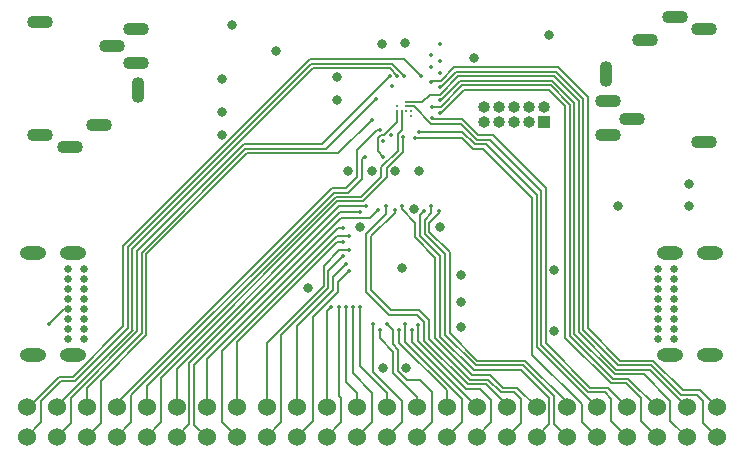
<source format=gbr>
%TF.GenerationSoftware,KiCad,Pcbnew,(6.0.6)*%
%TF.CreationDate,2022-09-05T11:07:09-07:00*%
%TF.ProjectId,Nour-Core,4e6f7572-2d43-46f7-9265-2e6b69636164,rev?*%
%TF.SameCoordinates,Original*%
%TF.FileFunction,Copper,L3,Inr*%
%TF.FilePolarity,Positive*%
%FSLAX46Y46*%
G04 Gerber Fmt 4.6, Leading zero omitted, Abs format (unit mm)*
G04 Created by KiCad (PCBNEW (6.0.6)) date 2022-09-05 11:07:09*
%MOMM*%
%LPD*%
G01*
G04 APERTURE LIST*
%TA.AperFunction,ComponentPad*%
%ADD10C,0.650000*%
%TD*%
%TA.AperFunction,ComponentPad*%
%ADD11O,2.216000X1.108000*%
%TD*%
%TA.AperFunction,ComponentPad*%
%ADD12C,1.524000*%
%TD*%
%TA.AperFunction,ComponentPad*%
%ADD13O,1.100000X2.200000*%
%TD*%
%TA.AperFunction,ComponentPad*%
%ADD14O,2.200000X1.100000*%
%TD*%
%TA.AperFunction,ComponentPad*%
%ADD15R,1.000000X1.000000*%
%TD*%
%TA.AperFunction,ComponentPad*%
%ADD16O,1.000000X1.000000*%
%TD*%
%TA.AperFunction,ViaPad*%
%ADD17C,0.800000*%
%TD*%
%TA.AperFunction,ViaPad*%
%ADD18C,0.220000*%
%TD*%
%TA.AperFunction,ViaPad*%
%ADD19C,0.350000*%
%TD*%
%TA.AperFunction,Conductor*%
%ADD20C,0.200000*%
%TD*%
G04 APERTURE END LIST*
D10*
%TO.N,GND*%
%TO.C,J4*%
X86275000Y-150275000D03*
%TO.N,VBUS*%
X86275000Y-151125000D03*
%TO.N,Net-(J4-PadA5)*%
X86275000Y-151975000D03*
%TO.N,/core/D+*%
X86275000Y-152825000D03*
%TO.N,/core/D-*%
X86275000Y-153675000D03*
%TO.N,unconnected-(J4-PadA8)*%
X86275000Y-154525000D03*
%TO.N,VBUS*%
X86275000Y-155375000D03*
%TO.N,GND*%
X86275000Y-156225000D03*
X84925000Y-156225000D03*
%TO.N,VBUS*%
X84925000Y-155375000D03*
%TO.N,Net-(J4-PadB5)*%
X84925000Y-154525000D03*
%TO.N,/core/D+*%
X84925000Y-153675000D03*
%TO.N,/core/D-*%
X84925000Y-152825000D03*
%TO.N,unconnected-(J4-PadB8)*%
X84925000Y-151975000D03*
%TO.N,VBUS*%
X84925000Y-151125000D03*
%TO.N,GND*%
X84925000Y-150275000D03*
D11*
%TO.N,N/C*%
X85295000Y-148925000D03*
X85295000Y-157575000D03*
X81915000Y-148925000D03*
X81915000Y-157575000D03*
%TD*%
D10*
%TO.N,GND*%
%TO.C,J3*%
X134875000Y-156225000D03*
%TO.N,VBUS*%
X134875000Y-155375000D03*
%TO.N,Net-(J3-PadA5)*%
X134875000Y-154525000D03*
%TO.N,/core/D+*%
X134875000Y-153675000D03*
%TO.N,/core/D-*%
X134875000Y-152825000D03*
%TO.N,unconnected-(J3-PadA8)*%
X134875000Y-151975000D03*
%TO.N,VBUS*%
X134875000Y-151125000D03*
%TO.N,GND*%
X134875000Y-150275000D03*
X136225000Y-150275000D03*
%TO.N,VBUS*%
X136225000Y-151125000D03*
%TO.N,Net-(J3-PadB5)*%
X136225000Y-151975000D03*
%TO.N,/core/D+*%
X136225000Y-152825000D03*
%TO.N,/core/D-*%
X136225000Y-153675000D03*
%TO.N,unconnected-(J3-PadB8)*%
X136225000Y-154525000D03*
%TO.N,VBUS*%
X136225000Y-155375000D03*
%TO.N,GND*%
X136225000Y-156225000D03*
D11*
%TO.N,N/C*%
X135855000Y-157575000D03*
X135855000Y-148925000D03*
X139235000Y-157575000D03*
X139235000Y-148925000D03*
%TD*%
D12*
%TO.N,/core/KEY.COL2*%
%TO.C,U4*%
X81400000Y-162010000D03*
%TO.N,/core/KEY.COL4*%
X83940000Y-162010000D03*
%TO.N,/core/KEY.ROW5*%
X86480000Y-162010000D03*
%TO.N,/core/KEY.ROW3*%
X89020000Y-162010000D03*
%TO.N,/core/KEY.ROW1*%
X91560000Y-162010000D03*
%TO.N,/core/LED.SW_RED2*%
X94100000Y-162010000D03*
%TO.N,/core/LED.SW_GREEN1*%
X96640000Y-162010000D03*
%TO.N,/core/LED.SW_BLUE1*%
X99180000Y-162010000D03*
%TO.N,/core/LED.CS_COL1*%
X101720000Y-162010000D03*
%TO.N,/core/LED.CS_COL3*%
X104260000Y-162010000D03*
%TO.N,/core/LED.CS_COL5*%
X106800000Y-162010000D03*
%TO.N,/core/LED.CS_COL7*%
X109340000Y-162010000D03*
%TO.N,/core/LED.CS_COL9*%
X111880000Y-162010000D03*
%TO.N,/core/LED.CS_COL11*%
X114420000Y-162010000D03*
%TO.N,/core/LED.CS_COL13*%
X116960000Y-162010000D03*
%TO.N,/core/LED.CS_COL15*%
X119500000Y-162010000D03*
%TO.N,/core/LED.SW_BLUE3*%
X122040000Y-162010000D03*
%TO.N,/core/LED.SW_GREEN3*%
X124580000Y-162010000D03*
%TO.N,/core/LED.SW_GREEN4*%
X127120000Y-162010000D03*
%TO.N,/core/KEY.ROW6*%
X129660000Y-162010000D03*
%TO.N,/core/KEY.ROW8*%
X132200000Y-162010000D03*
%TO.N,/core/KEY.ROW10*%
X134740000Y-162010000D03*
%TO.N,/core/KEY.COL7*%
X137280000Y-162010000D03*
%TO.N,/core/KEY.COL9*%
X139820000Y-162010000D03*
%TO.N,/core/KEY.COL10*%
X139820000Y-164550000D03*
%TO.N,/core/KEY.COL8*%
X137280000Y-164550000D03*
%TO.N,/core/KEY.COL6*%
X134740000Y-164550000D03*
%TO.N,/core/KEY.ROW9*%
X132200000Y-164550000D03*
%TO.N,/core/KEY.ROW7*%
X129660000Y-164550000D03*
%TO.N,/core/LED.SW_RED4*%
X127120000Y-164550000D03*
%TO.N,/core/LED.SW_BLUE4*%
X124580000Y-164550000D03*
%TO.N,/core/LED.SW_RED3*%
X122040000Y-164550000D03*
%TO.N,/core/LED.CS_COL16*%
X119500000Y-164550000D03*
%TO.N,/core/LED.CS_COL14*%
X116960000Y-164550000D03*
%TO.N,/core/LED.CS_COL12*%
X114420000Y-164550000D03*
%TO.N,/core/LED.CS_COL10*%
X111880000Y-164550000D03*
%TO.N,/core/LED.CS_COL8*%
X109340000Y-164550000D03*
%TO.N,/core/LED.CS_COL6*%
X106800000Y-164550000D03*
%TO.N,/core/LED.CS_COL4*%
X104260000Y-164550000D03*
%TO.N,/core/LED.CS_COL2*%
X101720000Y-164550000D03*
%TO.N,/core/LED.SW_RED1*%
X99180000Y-164550000D03*
%TO.N,/core/LED.SW_GREEN2*%
X96640000Y-164550000D03*
%TO.N,/core/LED.SW_BLUE2*%
X94100000Y-164550000D03*
%TO.N,/core/KEY.ROW2*%
X91560000Y-164550000D03*
%TO.N,/core/KEY.ROW4*%
X89020000Y-164550000D03*
%TO.N,/core/KEY.COL5*%
X86480000Y-164550000D03*
%TO.N,/core/KEY.COL3*%
X83940000Y-164550000D03*
%TO.N,/core/KEY.COL1*%
X81400000Y-164550000D03*
%TD*%
D13*
%TO.N,GND*%
%TO.C,J1*%
X130450000Y-133800000D03*
D14*
%TO.N,Net-(J1-Pad2)*%
X133750000Y-130900000D03*
%TO.N,/core/USART.RX*%
X130650000Y-136100000D03*
%TO.N,/core/USART.TX*%
X138750000Y-130000000D03*
%TO.N,Net-(J1-Pad2)*%
X132650000Y-137600000D03*
%TO.N,VCC*%
X130650000Y-139000000D03*
%TO.N,GND*%
X138750000Y-139600000D03*
X136250000Y-129000000D03*
%TD*%
D15*
%TO.N,VCC*%
%TO.C,J2*%
X125175000Y-137895000D03*
D16*
%TO.N,/core/SWDIO*%
X125175000Y-136625000D03*
%TO.N,GND*%
X123905000Y-137895000D03*
%TO.N,/core/SWCLK*%
X123905000Y-136625000D03*
%TO.N,GND*%
X122635000Y-137895000D03*
%TO.N,unconnected-(J2-Pad6)*%
X122635000Y-136625000D03*
%TO.N,unconnected-(J2-Pad7)*%
X121365000Y-137895000D03*
%TO.N,unconnected-(J2-Pad8)*%
X121365000Y-136625000D03*
%TO.N,GND*%
X120095000Y-137895000D03*
%TO.N,/core/~{RST}*%
X120095000Y-136625000D03*
%TD*%
D13*
%TO.N,GND*%
%TO.C,J5*%
X90850000Y-135200000D03*
D14*
%TO.N,Net-(J5-Pad2)*%
X87550000Y-138100000D03*
%TO.N,/core/USART.TX*%
X90650000Y-132900000D03*
%TO.N,/core/USART.RX*%
X82550000Y-139000000D03*
%TO.N,Net-(J5-Pad2)*%
X88650000Y-131400000D03*
%TO.N,VCC*%
X90650000Y-130000000D03*
%TO.N,GND*%
X82550000Y-129400000D03*
X85050000Y-140000000D03*
%TD*%
D17*
%TO.N,GND*%
X118200000Y-155200000D03*
X131474878Y-144950000D03*
X114150000Y-145250000D03*
X107700000Y-134050000D03*
X102500000Y-131850000D03*
X116400000Y-146750000D03*
X112600000Y-142000000D03*
X113450000Y-131200000D03*
X118200000Y-150850000D03*
X98800000Y-129650000D03*
X111550000Y-158700000D03*
X97950000Y-134250000D03*
X137474878Y-145000000D03*
X107700000Y-136050000D03*
X126012500Y-155575000D03*
X110600000Y-142000000D03*
X113150000Y-150250000D03*
X109650000Y-146750000D03*
X97950000Y-137000000D03*
X118200000Y-153150000D03*
X108600000Y-142000000D03*
X125650000Y-130500000D03*
X113550000Y-158700000D03*
X97950000Y-139000000D03*
X105200000Y-151900000D03*
X126012500Y-150425000D03*
X114600000Y-142000000D03*
X111450000Y-131237500D03*
%TO.N,VBUS*%
X137474878Y-143100000D03*
D18*
%TO.N,/core/~{RST}*%
X112750000Y-136550000D03*
D19*
X116350000Y-133700000D03*
%TO.N,/core/LED.SW_GREEN4*%
X116300000Y-145400000D03*
%TO.N,/core/LED.SW_RED4*%
X115650000Y-145000000D03*
%TO.N,/core/LED.SW_BLUE4*%
X115050000Y-145400000D03*
%TO.N,/core/LED.SW_GREEN3*%
X113150000Y-145000000D03*
%TO.N,/core/LED.SW_RED3*%
X112550000Y-145300000D03*
%TO.N,/core/LED.SW_BLUE3*%
X111850000Y-145000000D03*
%TO.N,/core/LED.SW_GREEN2*%
X111150000Y-145300000D03*
%TO.N,/core/LED.SW_RED2*%
X110150000Y-145000000D03*
%TO.N,/core/LED.SW_BLUE2*%
X109650000Y-145500000D03*
%TO.N,/core/LED.SW_GREEN1*%
X108200000Y-146850000D03*
%TO.N,/core/LED.SW_RED1*%
X108650000Y-147500000D03*
%TO.N,/core/LED.SW_BLUE1*%
X108150000Y-148050000D03*
%TO.N,/core/LED.CS_COL1*%
X108650000Y-148750000D03*
%TO.N,/core/LED.CS_COL2*%
X108150000Y-149250000D03*
%TO.N,/core/LED.CS_COL3*%
X108400000Y-149900000D03*
%TO.N,/core/LED.CS_COL4*%
X108650000Y-150500000D03*
%TO.N,/core/LED.CS_COL5*%
X107200000Y-153500000D03*
%TO.N,/core/LED.CS_COL6*%
X107800000Y-153500000D03*
%TO.N,/core/LED.CS_COL7*%
X108400000Y-153500000D03*
%TO.N,/core/LED.CS_COL8*%
X109000000Y-153500000D03*
%TO.N,/core/LED.CS_COL9*%
X109650000Y-153500000D03*
%TO.N,/core/LED.CS_COL10*%
X110700000Y-155000000D03*
%TO.N,/core/LED.CS_COL11*%
X111300000Y-155450000D03*
%TO.N,/core/LED.CS_COL12*%
X111900000Y-155000000D03*
%TO.N,/core/LED.CS_COL13*%
X112900000Y-155450000D03*
%TO.N,/core/LED.CS_COL14*%
X113450000Y-155000000D03*
%TO.N,/core/LED.CS_COL15*%
X114000000Y-155450000D03*
%TO.N,/core/LED.CS_COL16*%
X114550000Y-155050000D03*
D18*
%TO.N,/core/I2C_SCL*%
X112750000Y-136950000D03*
D19*
X111600000Y-140800000D03*
D18*
%TO.N,/core/USART.RX*%
X113550000Y-136950000D03*
D19*
X115650000Y-132200000D03*
%TO.N,/core/USART.TX*%
X112250000Y-139000000D03*
X116350000Y-131300000D03*
D18*
%TO.N,/core/SWDIO*%
X113950000Y-136950000D03*
D19*
X116350000Y-132700000D03*
D18*
%TO.N,/core/SWCLK*%
X113950000Y-137350000D03*
D19*
X115650000Y-133200000D03*
%TO.N,/core/D+*%
X83250000Y-155000000D03*
%TO.N,/core/VREF+*%
X112350000Y-134800000D03*
D17*
%TO.N,/core/BOOT0*%
X119250000Y-132462500D03*
D19*
X111600000Y-139450000D03*
%TO.N,/core/KEY.ROW10*%
X115750000Y-136590000D03*
%TO.N,/core/KEY.ROW6*%
X114600000Y-138700000D03*
%TO.N,/core/KEY.ROW8*%
X115750000Y-137500000D03*
%TO.N,/core/KEY.COL4*%
X112750000Y-134000000D03*
%TO.N,/core/KEY.ROW7*%
X114250000Y-139200000D03*
%TO.N,/core/KEY.COL1*%
X113350000Y-134000000D03*
%TO.N,/core/KEY.COL3*%
X112150000Y-134000000D03*
%TO.N,/core/KEY.ROW2*%
X113250000Y-139100000D03*
%TO.N,/core/KEY.COL2*%
X114750000Y-134000000D03*
D18*
%TO.N,/core/KEY.ROW9*%
X113550000Y-136550000D03*
D19*
%TO.N,/core/KEY.ROW4*%
X110000000Y-140800000D03*
%TO.N,/core/KEY.COL10*%
X116350000Y-134900000D03*
%TO.N,/core/KEY.ROW5*%
X110950000Y-135900000D03*
D18*
%TO.N,/core/KEY.ROW1*%
X113150000Y-136950000D03*
D19*
%TO.N,/core/KEY.COL9*%
X115650000Y-134500000D03*
%TO.N,/core/KEY.COL8*%
X116350000Y-136000000D03*
%TO.N,/core/KEY.COL6*%
X116350000Y-137100000D03*
D18*
%TO.N,/core/KEY.COL7*%
X113550000Y-136150000D03*
D19*
%TO.N,/core/KEY.COL5*%
X110600000Y-137700000D03*
%TO.N,/core/KEY.ROW3*%
X111298562Y-138548562D03*
%TD*%
D20*
%TO.N,/core/LED.SW_GREEN4*%
X119564152Y-158067342D02*
X123598714Y-158067342D01*
X116300000Y-145600000D02*
X115500000Y-146400000D01*
X123598714Y-158067342D02*
X127120000Y-161588628D01*
X117198405Y-148848405D02*
X117198405Y-155701595D01*
X117198405Y-155701595D02*
X119564152Y-158067342D01*
X115500000Y-146400000D02*
X115500000Y-147150000D01*
X116300000Y-145400000D02*
X116300000Y-145600000D01*
X127120000Y-161588628D02*
X127120000Y-162010000D01*
X115500000Y-147150000D02*
X117198405Y-148848405D01*
%TO.N,/core/LED.SW_RED4*%
X116798405Y-155867281D02*
X119398466Y-158467342D01*
X123433028Y-158467342D02*
X126050000Y-161084315D01*
X115650000Y-145579828D02*
X115100000Y-146129828D01*
X126050000Y-163480000D02*
X127120000Y-164550000D01*
X119398466Y-158467342D02*
X123433028Y-158467342D01*
X116798405Y-149014091D02*
X116798405Y-155867281D01*
X115100000Y-146129828D02*
X115100000Y-147315686D01*
X115100000Y-147315686D02*
X116798405Y-149014091D01*
X126050000Y-161084315D02*
X126050000Y-163480000D01*
X115650000Y-145000000D02*
X115650000Y-145579828D01*
%TO.N,/core/LED.SW_BLUE4*%
X116398405Y-156032967D02*
X119240623Y-158875185D01*
X123267342Y-158867342D02*
X125650000Y-161250000D01*
X119240623Y-158875185D02*
X119248466Y-158867342D01*
X114700000Y-147481372D02*
X116398405Y-149179777D01*
X125650000Y-163480000D02*
X124580000Y-164550000D01*
X115050000Y-145400000D02*
X114700000Y-145750000D01*
X119248466Y-158867342D02*
X123267342Y-158867342D01*
X125650000Y-161250000D02*
X125650000Y-163480000D01*
X114700000Y-145750000D02*
X114700000Y-147481372D01*
X116398405Y-149179777D02*
X116398405Y-156032967D01*
%TO.N,/core/LED.SW_GREEN3*%
X114300000Y-146400000D02*
X113150000Y-145250000D01*
X119074937Y-159275185D02*
X120624815Y-159275185D01*
X114300000Y-147647058D02*
X115998405Y-149345463D01*
X113150000Y-145250000D02*
X113150000Y-145000000D01*
X120624815Y-159275185D02*
X120632658Y-159267342D01*
X115998405Y-149345463D02*
X115998405Y-156198653D01*
X121715316Y-160350000D02*
X122920000Y-160350000D01*
X114300000Y-146400000D02*
X114300000Y-147647058D01*
X115998405Y-156198653D02*
X119074937Y-159275185D01*
X122920000Y-160350000D02*
X124580000Y-162010000D01*
X120632658Y-159267342D02*
X121715316Y-160350000D01*
%TO.N,/core/LED.SW_RED3*%
X110550000Y-152084314D02*
X112273714Y-153808028D01*
X115460438Y-156226372D02*
X118909251Y-159675185D01*
X122650000Y-160750000D02*
X123250000Y-161350000D01*
X123250000Y-163340000D02*
X122040000Y-164550000D01*
X112550000Y-145550000D02*
X110550000Y-147550000D01*
X121549630Y-160750000D02*
X122650000Y-160750000D01*
X114591972Y-153808028D02*
X114599815Y-153800185D01*
X112273714Y-153808028D02*
X114591972Y-153808028D01*
X110550000Y-147550000D02*
X110550000Y-152084314D01*
X123250000Y-161350000D02*
X123250000Y-163340000D01*
X120474815Y-159675185D02*
X121549630Y-160750000D01*
X112550000Y-145300000D02*
X112550000Y-145550000D01*
X118909251Y-159675185D02*
X120474815Y-159675185D01*
X115460438Y-154660809D02*
X115460438Y-156226372D01*
X114599815Y-153800185D02*
X115460438Y-154660809D01*
%TO.N,/core/LED.SW_BLUE3*%
X111850000Y-145629828D02*
X111850000Y-145000000D01*
X112108028Y-154208028D02*
X110150000Y-152250000D01*
X110150000Y-147329828D02*
X111850000Y-145629828D01*
X122040000Y-162010000D02*
X122040000Y-161806056D01*
X115060438Y-154826494D02*
X114441972Y-154208028D01*
X115050438Y-156382058D02*
X115050438Y-155990000D01*
X122040000Y-161806056D02*
X120316972Y-160083028D01*
X115050438Y-155990000D02*
X115060438Y-155990000D01*
X118751408Y-160083028D02*
X115050438Y-156382058D01*
X120316972Y-160083028D02*
X118751408Y-160083028D01*
X115060438Y-155990000D02*
X115060438Y-154826494D01*
X110150000Y-152250000D02*
X110150000Y-147329828D01*
X114441972Y-154208028D02*
X112108028Y-154208028D01*
%TO.N,/core/LED.SW_GREEN2*%
X95578000Y-163488000D02*
X96640000Y-164550000D01*
X95578000Y-158431264D02*
X95578000Y-163488000D01*
X111150000Y-145300000D02*
X110475000Y-145975000D01*
X108034264Y-145975000D02*
X95578000Y-158431264D01*
X110475000Y-145975000D02*
X108034264Y-145975000D01*
%TO.N,/core/LED.SW_RED2*%
X94100000Y-158777892D02*
X94100000Y-162010000D01*
X110150000Y-145000000D02*
X107877892Y-145000000D01*
X107877892Y-145000000D02*
X94100000Y-158777892D01*
%TO.N,/core/LED.SW_BLUE2*%
X95178000Y-158265578D02*
X95178000Y-163472000D01*
X109650000Y-145500000D02*
X107943578Y-145500000D01*
X95178000Y-163472000D02*
X94100000Y-164550000D01*
X107943578Y-145500000D02*
X95178000Y-158265578D01*
%TO.N,/core/LED.SW_GREEN1*%
X96640000Y-157934950D02*
X96640000Y-162010000D01*
X108200000Y-146850000D02*
X107724950Y-146850000D01*
X107724950Y-146850000D02*
X96640000Y-157934950D01*
%TO.N,/core/LED.SW_RED1*%
X108650000Y-147500000D02*
X107640636Y-147500000D01*
X97900000Y-157240636D02*
X97900000Y-163270000D01*
X107640636Y-147500000D02*
X97900000Y-157240636D01*
X97900000Y-163270000D02*
X99180000Y-164550000D01*
%TO.N,/core/LED.SW_BLUE1*%
X99180000Y-156526322D02*
X99180000Y-162010000D01*
X108150000Y-148050000D02*
X107656322Y-148050000D01*
X107656322Y-148050000D02*
X99180000Y-156526322D01*
%TO.N,/core/LED.CS_COL1*%
X101720000Y-156580000D02*
X101720000Y-162010000D01*
X106540000Y-151760000D02*
X101720000Y-156580000D01*
X106540000Y-150062008D02*
X106540000Y-151760000D01*
X107852008Y-148750000D02*
X106540000Y-150062008D01*
X108650000Y-148750000D02*
X107852008Y-148750000D01*
%TO.N,/core/LED.CS_COL2*%
X108150000Y-149250000D02*
X106940000Y-150460000D01*
X102960000Y-155905685D02*
X102960000Y-163310000D01*
X106940000Y-150460000D02*
X106940000Y-151925685D01*
X102960000Y-163310000D02*
X101720000Y-164550000D01*
X106940000Y-151925685D02*
X102960000Y-155905685D01*
%TO.N,/core/LED.CS_COL3*%
X107340000Y-152091371D02*
X104260000Y-155171371D01*
X104260000Y-155171371D02*
X104260000Y-162010000D01*
X107340000Y-150960000D02*
X107340000Y-152091371D01*
X108400000Y-149900000D02*
X107340000Y-150960000D01*
%TO.N,/core/LED.CS_COL4*%
X105650000Y-163160000D02*
X104260000Y-164550000D01*
X108650000Y-150500000D02*
X107740000Y-151410000D01*
X105650000Y-154347057D02*
X105650000Y-163160000D01*
X107740000Y-151410000D02*
X107740000Y-152257057D01*
X107740000Y-152257057D02*
X105650000Y-154347057D01*
%TO.N,/core/LED.CS_COL5*%
X106800000Y-153900000D02*
X106800000Y-162010000D01*
X107200000Y-153500000D02*
X106800000Y-153900000D01*
%TO.N,/core/LED.CS_COL6*%
X108050000Y-161277271D02*
X107800000Y-161027271D01*
X108050000Y-163300000D02*
X108050000Y-161277271D01*
X106800000Y-164550000D02*
X108050000Y-163300000D01*
X107800000Y-161027271D02*
X107800000Y-153500000D01*
%TO.N,/core/LED.CS_COL7*%
X109340000Y-162010000D02*
X109340000Y-160790000D01*
X109340000Y-160790000D02*
X108400000Y-159850000D01*
X108400000Y-153500000D02*
X108400000Y-159850000D01*
%TO.N,/core/LED.CS_COL8*%
X110650000Y-160800000D02*
X110650000Y-163240000D01*
X110650000Y-163240000D02*
X109340000Y-164550000D01*
X109000000Y-153500000D02*
X109000000Y-159150000D01*
X109000000Y-159150000D02*
X110650000Y-160800000D01*
%TO.N,/core/LED.CS_COL9*%
X109650000Y-158550000D02*
X111880000Y-160780000D01*
X109650000Y-153500000D02*
X109650000Y-158550000D01*
X111880000Y-160780000D02*
X111880000Y-162010000D01*
%TO.N,/core/LED.CS_COL10*%
X110700000Y-155000000D02*
X110700000Y-159034314D01*
X113150000Y-163280000D02*
X111880000Y-164550000D01*
X113150000Y-161484314D02*
X113150000Y-163280000D01*
X110700000Y-159034314D02*
X113150000Y-161484314D01*
%TO.N,/core/LED.CS_COL11*%
X111300000Y-155450000D02*
X111300000Y-156165686D01*
X114420000Y-161125635D02*
X114420000Y-162010000D01*
X112442157Y-157307843D02*
X112442157Y-159147792D01*
X112442157Y-159147792D02*
X114420000Y-161125635D01*
X111300000Y-156165686D02*
X112442157Y-157307843D01*
%TO.N,/core/LED.CS_COL12*%
X113560050Y-159700000D02*
X112850000Y-158989950D01*
X115700000Y-160700000D02*
X114700000Y-159700000D01*
X112850000Y-157150000D02*
X112400000Y-156700000D01*
X112400000Y-156700000D02*
X112400000Y-155500000D01*
X114420000Y-164550000D02*
X115700000Y-163270000D01*
X112850000Y-158989950D02*
X112850000Y-157150000D01*
X115700000Y-163270000D02*
X115700000Y-160700000D01*
X114700000Y-159700000D02*
X113560050Y-159700000D01*
X112400000Y-155500000D02*
X111900000Y-155000000D01*
%TO.N,/core/LED.CS_COL13*%
X112900000Y-156541372D02*
X116960000Y-160601372D01*
X112900000Y-155450000D02*
X112900000Y-156541372D01*
X116960000Y-160601372D02*
X116960000Y-162010000D01*
%TO.N,/core/LED.CS_COL14*%
X118250000Y-163260000D02*
X116960000Y-164550000D01*
X113450000Y-155000000D02*
X113450000Y-156525686D01*
X113450000Y-156525686D02*
X118250000Y-161325686D01*
X118250000Y-161325686D02*
X118250000Y-163260000D01*
%TO.N,/core/LED.CS_COL15*%
X114000000Y-156462992D02*
X115043504Y-157506496D01*
X115043504Y-157553504D02*
X119500000Y-162010000D01*
X115043504Y-157506496D02*
X115043504Y-157553504D01*
X114000000Y-155450000D02*
X114000000Y-156462992D01*
%TO.N,/core/LED.CS_COL16*%
X114550000Y-156447306D02*
X118585722Y-160483028D01*
X118585722Y-160483028D02*
X119783028Y-160483028D01*
X120750000Y-161450000D02*
X120750000Y-163300000D01*
X120750000Y-163300000D02*
X119500000Y-164550000D01*
X114550000Y-155050000D02*
X114550000Y-156447306D01*
X119783028Y-160483028D02*
X120750000Y-161450000D01*
%TO.N,/core/I2C_SCL*%
X111411532Y-138995000D02*
X111145000Y-139261532D01*
X111145000Y-139261532D02*
X111145000Y-140345000D01*
X112750000Y-137856532D02*
X111611532Y-138995000D01*
X112750000Y-136950000D02*
X112750000Y-137856532D01*
X111145000Y-140345000D02*
X111600000Y-140800000D01*
X111611532Y-138995000D02*
X111411532Y-138995000D01*
%TO.N,/core/D+*%
X84575000Y-153675000D02*
X84925000Y-153675000D01*
X83250000Y-155000000D02*
X84575000Y-153675000D01*
%TO.N,/core/KEY.ROW10*%
X134740000Y-162010000D02*
X132350000Y-159620000D01*
X127380000Y-155980834D02*
X127380000Y-136392598D01*
X131019166Y-159620000D02*
X127380000Y-155980834D01*
X116436346Y-136590000D02*
X115750000Y-136590000D01*
X118256348Y-134770000D02*
X116436346Y-136590000D01*
X125757402Y-134770000D02*
X118256348Y-134770000D01*
X127380000Y-136392598D02*
X125757402Y-134770000D01*
X132350000Y-159620000D02*
X131019166Y-159620000D01*
%TO.N,/core/KEY.ROW6*%
X124572500Y-144022500D02*
X124572500Y-156922500D01*
X124572500Y-156922500D02*
X129660000Y-162010000D01*
X119335198Y-139760000D02*
X120310000Y-139760000D01*
X118275197Y-138700000D02*
X119335198Y-139760000D01*
X114600000Y-138700000D02*
X118275197Y-138700000D01*
X120310000Y-139760000D02*
X124572500Y-144022500D01*
%TO.N,/core/KEY.ROW8*%
X125332500Y-143482500D02*
X125332500Y-156607696D01*
X125332500Y-156607696D02*
X129109644Y-160384840D01*
X119650000Y-139000000D02*
X120850000Y-139000000D01*
X120850000Y-139000000D02*
X125332500Y-143482500D01*
X130574840Y-160384840D02*
X132200000Y-162010000D01*
X129109644Y-160384840D02*
X130574840Y-160384840D01*
X118290000Y-137640000D02*
X115890000Y-137640000D01*
X118290000Y-137640000D02*
X119650000Y-139000000D01*
X115890000Y-137640000D02*
X115750000Y-137500000D01*
%TO.N,/core/KEY.COL4*%
X90347551Y-154013701D02*
X90347551Y-155447551D01*
X90333850Y-148652620D02*
X90333850Y-154000000D01*
X90347551Y-155447551D02*
X90361252Y-155461252D01*
X83940000Y-161882504D02*
X83940000Y-162010000D01*
X90361252Y-155461252D02*
X83940000Y-161882504D01*
X105658204Y-133328266D02*
X90333850Y-148652620D01*
X112750000Y-133956532D02*
X112121734Y-133328266D01*
X112750000Y-134000000D02*
X112750000Y-133956532D01*
X112121734Y-133328266D02*
X105658204Y-133328266D01*
X90333850Y-154000000D02*
X90347551Y-154013701D01*
%TO.N,/core/KEY.ROW7*%
X124192500Y-157580606D02*
X128400000Y-161788105D01*
X128400000Y-163290000D02*
X129660000Y-164550000D01*
X119177797Y-140140000D02*
X120040000Y-140140000D01*
X120040000Y-140140000D02*
X124192500Y-144292500D01*
X124192500Y-144292500D02*
X124192500Y-157580606D01*
X128400000Y-161788105D02*
X128400000Y-163290000D01*
X118237796Y-139200000D02*
X119177797Y-140140000D01*
X114250000Y-139200000D02*
X118237796Y-139200000D01*
%TO.N,/core/KEY.COL1*%
X112341734Y-132948266D02*
X105500802Y-132948266D01*
X89953850Y-148495218D02*
X89953850Y-155303850D01*
X82650000Y-163300000D02*
X81400000Y-164550000D01*
X84328081Y-159821919D02*
X82650000Y-161500000D01*
X85463183Y-159821919D02*
X84328081Y-159821919D01*
X113350000Y-133956532D02*
X112341734Y-132948266D01*
X82650000Y-161500000D02*
X82650000Y-163300000D01*
X113350000Y-134000000D02*
X113350000Y-133956532D01*
X89967551Y-155317551D02*
X85463183Y-159821919D01*
X105500802Y-132948266D02*
X89953850Y-148495218D01*
X89953850Y-155303850D02*
X89967551Y-155317551D01*
%TO.N,/core/KEY.COL3*%
X85150000Y-161209907D02*
X85150000Y-163340000D01*
X112150000Y-134000000D02*
X106385662Y-139764338D01*
X106385662Y-139764338D02*
X99759534Y-139764338D01*
X99759534Y-139764338D02*
X90754953Y-148768919D01*
X90754953Y-155604953D02*
X85150000Y-161209907D01*
X90754953Y-148768919D02*
X90754953Y-155604953D01*
X85150000Y-163340000D02*
X83940000Y-164550000D01*
%TO.N,/core/KEY.ROW2*%
X113250000Y-140388334D02*
X111900000Y-141738334D01*
X113250000Y-139100000D02*
X113250000Y-140388334D01*
X92800000Y-159512206D02*
X92800000Y-163310000D01*
X107712206Y-144600000D02*
X92800000Y-159512206D01*
X111900000Y-141738334D02*
X111900000Y-142537402D01*
X109837402Y-144600000D02*
X107712206Y-144600000D01*
X92800000Y-163310000D02*
X91560000Y-164550000D01*
X111900000Y-142537402D02*
X109837402Y-144600000D01*
%TO.N,/core/KEY.COL2*%
X85305781Y-159441919D02*
X84170679Y-159441919D01*
X89573850Y-148337816D02*
X89573850Y-155173850D01*
X105343400Y-132568266D02*
X89573850Y-148337816D01*
X114750000Y-134000000D02*
X113318266Y-132568266D01*
X81602599Y-162010000D02*
X81400000Y-162010000D01*
X113318266Y-132568266D02*
X105343400Y-132568266D01*
X89573850Y-155173850D02*
X85305781Y-159441919D01*
X84170679Y-159441919D02*
X81602599Y-162010000D01*
%TO.N,/core/KEY.ROW9*%
X118132598Y-138020000D02*
X115626532Y-138020000D01*
X118132598Y-138020000D02*
X119492599Y-139380000D01*
X124952500Y-156765098D02*
X128952242Y-160764840D01*
X130873081Y-163223081D02*
X132200000Y-164550000D01*
X119492599Y-139380000D02*
X120630000Y-139380000D01*
X114156532Y-136550000D02*
X113550000Y-136550000D01*
X120630000Y-139380000D02*
X124952500Y-143702500D01*
X124952500Y-143702500D02*
X124952500Y-156765098D01*
X130873081Y-161296920D02*
X130873081Y-163223081D01*
X115626532Y-138020000D02*
X114156532Y-136550000D01*
X130341001Y-160764840D02*
X130873081Y-161296920D01*
X128952242Y-160764840D02*
X130341001Y-160764840D01*
%TO.N,/core/KEY.ROW4*%
X110000000Y-140800000D02*
X109780000Y-141020000D01*
X109780000Y-141020000D02*
X109780000Y-142657402D01*
X109780000Y-142657402D02*
X108597402Y-143840000D01*
X90259510Y-163310490D02*
X89020000Y-164550000D01*
X90259510Y-160977892D02*
X90259510Y-163310490D01*
X107397402Y-143840000D02*
X90259510Y-160977892D01*
X108597402Y-143840000D02*
X107397402Y-143840000D01*
%TO.N,/core/KEY.COL10*%
X136775402Y-160968000D02*
X134287402Y-158480000D01*
X139820000Y-164550000D02*
X138650000Y-163380000D01*
X131491372Y-158480000D02*
X128520000Y-155508628D01*
X138650000Y-161500000D02*
X138118000Y-160968000D01*
X128520000Y-155508628D02*
X128520000Y-135920392D01*
X126229608Y-133630000D02*
X117770000Y-133630000D01*
X128520000Y-135920392D02*
X126229608Y-133630000D01*
X138650000Y-163380000D02*
X138650000Y-161500000D01*
X134287402Y-158480000D02*
X131491372Y-158480000D01*
X117770000Y-133630000D02*
X116500000Y-134900000D01*
X116500000Y-134900000D02*
X116350000Y-134900000D01*
X138118000Y-160968000D02*
X136775402Y-160968000D01*
%TO.N,/core/KEY.ROW5*%
X91134953Y-155762355D02*
X86480000Y-160417309D01*
X106705662Y-140144338D02*
X99916936Y-140144338D01*
X110950000Y-135900000D02*
X106705662Y-140144338D01*
X99916936Y-140144338D02*
X91134953Y-148926321D01*
X91134953Y-148926321D02*
X91134953Y-155762355D01*
X86480000Y-160417309D02*
X86480000Y-162010000D01*
%TO.N,/core/KEY.ROW1*%
X109680000Y-144220000D02*
X107554804Y-144220000D01*
X113150000Y-138556532D02*
X112795000Y-138911532D01*
X112795000Y-138911532D02*
X112795000Y-140305932D01*
X111400000Y-141700932D02*
X111400000Y-142500000D01*
X91560000Y-160214804D02*
X91560000Y-162010000D01*
X112795000Y-140305932D02*
X111400000Y-141700932D01*
X113150000Y-136950000D02*
X113150000Y-138556532D01*
X111400000Y-142500000D02*
X109680000Y-144220000D01*
X107554804Y-144220000D02*
X91560000Y-160214804D01*
%TO.N,/core/KEY.COL9*%
X136932804Y-160588000D02*
X134444804Y-158100000D01*
X116456299Y-134406299D02*
X115743701Y-134406299D01*
X115743701Y-134406299D02*
X115650000Y-134500000D01*
X128900000Y-155351226D02*
X128900000Y-135762990D01*
X117612598Y-133250000D02*
X116456299Y-134406299D01*
X138398000Y-160588000D02*
X136932804Y-160588000D01*
X126387010Y-133250000D02*
X117612598Y-133250000D01*
X134444804Y-158100000D02*
X131648774Y-158100000D01*
X139820000Y-162010000D02*
X138398000Y-160588000D01*
X128900000Y-135762990D02*
X126387010Y-133250000D01*
X131648774Y-158100000D02*
X128900000Y-155351226D01*
%TO.N,/core/KEY.COL8*%
X131176568Y-159240000D02*
X133640000Y-159240000D01*
X116350000Y-136000000D02*
X116488945Y-136000000D01*
X118098947Y-134390000D02*
X125914804Y-134390000D01*
X133640000Y-159240000D02*
X135900000Y-161500000D01*
X135900000Y-163170000D02*
X137280000Y-164550000D01*
X125914804Y-134390000D02*
X127760000Y-136235196D01*
X127760000Y-136235196D02*
X127760000Y-155823432D01*
X127760000Y-155823432D02*
X131176568Y-159240000D01*
X116488945Y-136000000D02*
X118098947Y-134390000D01*
X135900000Y-161500000D02*
X135900000Y-163170000D01*
%TO.N,/core/KEY.COL6*%
X127000000Y-136550000D02*
X127000000Y-156138236D01*
X118413748Y-135150000D02*
X125600000Y-135150000D01*
X125600000Y-135150000D02*
X127000000Y-136550000D01*
X133400000Y-161250000D02*
X133400000Y-163210000D01*
X116463748Y-137100000D02*
X118413748Y-135150000D01*
X133400000Y-163210000D02*
X134740000Y-164550000D01*
X127000000Y-156138236D02*
X130861764Y-160000000D01*
X130861764Y-160000000D02*
X132150000Y-160000000D01*
X116350000Y-137100000D02*
X116463748Y-137100000D01*
X132150000Y-160000000D02*
X133400000Y-161250000D01*
%TO.N,/core/KEY.COL7*%
X128140000Y-155666030D02*
X128140000Y-136077794D01*
X117940000Y-134010000D02*
X117940000Y-134011544D01*
X115505000Y-135545000D02*
X114900000Y-136150000D01*
X126072206Y-134010000D02*
X117940000Y-134010000D01*
X114900000Y-136150000D02*
X113550000Y-136150000D01*
X128140000Y-136077794D02*
X126072206Y-134010000D01*
X131333971Y-158860000D02*
X128140000Y-155666030D01*
X117940000Y-134011544D02*
X116406544Y-135545000D01*
X134130000Y-158860000D02*
X131333971Y-158860000D01*
X137280000Y-162010000D02*
X134130000Y-158860000D01*
X116406544Y-135545000D02*
X115505000Y-135545000D01*
%TO.N,/core/KEY.COL5*%
X91514953Y-149083723D02*
X100074338Y-140524338D01*
X100074338Y-140524338D02*
X107775662Y-140524338D01*
X87650000Y-163380000D02*
X87650000Y-159784710D01*
X91514953Y-155919757D02*
X91514953Y-149083723D01*
X87650000Y-159784710D02*
X91514953Y-155919757D01*
X86480000Y-164550000D02*
X87650000Y-163380000D01*
X107775662Y-140524338D02*
X110600000Y-137700000D01*
%TO.N,/core/KEY.ROW3*%
X111300000Y-138550000D02*
X111100000Y-138550000D01*
X109400000Y-142500000D02*
X108440000Y-143460000D01*
X111100000Y-138550000D02*
X109400000Y-140250000D01*
X108440000Y-143460000D02*
X107240000Y-143460000D01*
X89020000Y-161680000D02*
X89020000Y-162010000D01*
X109400000Y-140250000D02*
X109400000Y-142500000D01*
X107240000Y-143460000D02*
X89020000Y-161680000D01*
%TD*%
M02*

</source>
